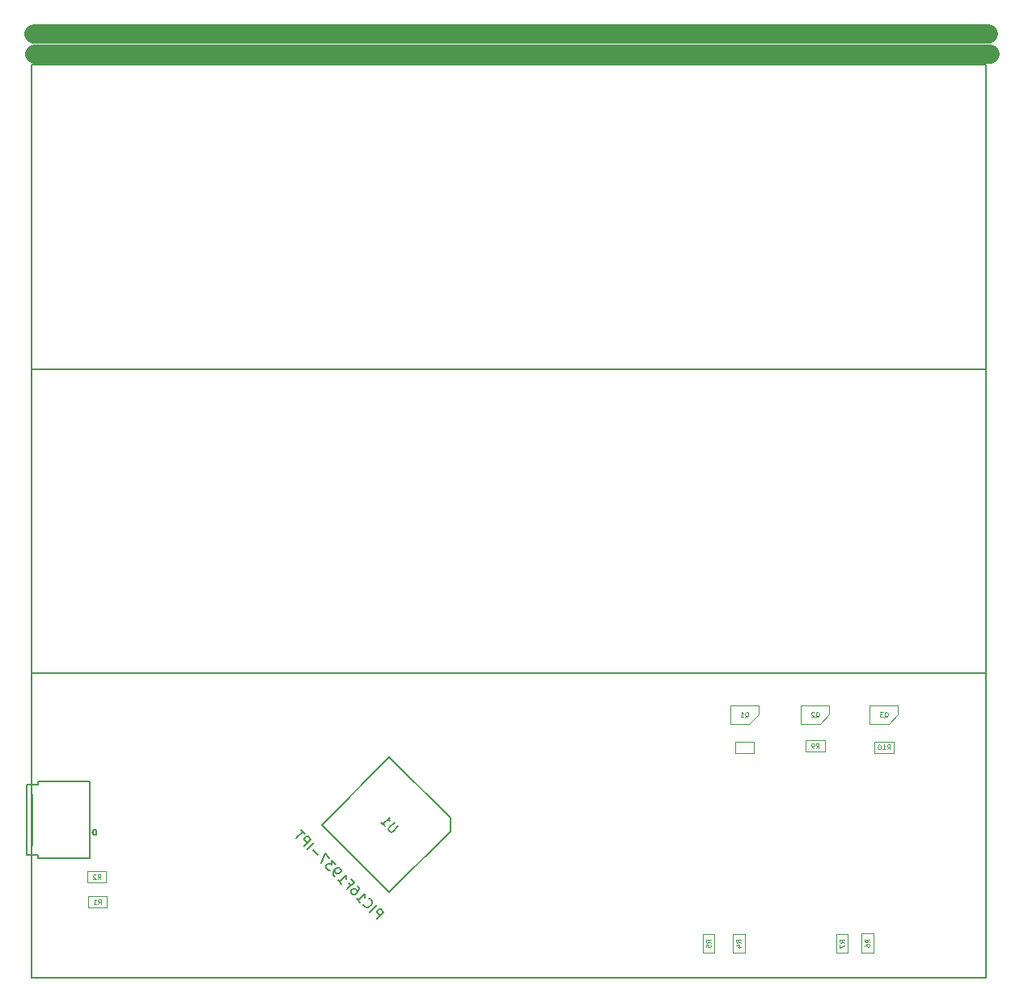
<source format=gbr>
G04 #@! TF.GenerationSoftware,KiCad,Pcbnew,(5.1.5)-2*
G04 #@! TF.CreationDate,2020-04-05T00:52:07+07:00*
G04 #@! TF.ProjectId,KIT_PIC16F1937,4b49545f-5049-4433-9136-46313933372e,rev?*
G04 #@! TF.SameCoordinates,Original*
G04 #@! TF.FileFunction,Other,Fab,Bot*
%FSLAX46Y46*%
G04 Gerber Fmt 4.6, Leading zero omitted, Abs format (unit mm)*
G04 Created by KiCad (PCBNEW (5.1.5)-2) date 2020-04-05 00:52:07*
%MOMM*%
%LPD*%
G04 APERTURE LIST*
%ADD10C,0.150000*%
%ADD11C,2.000000*%
%ADD12C,0.100000*%
%ADD13C,0.080000*%
%ADD14C,0.075000*%
G04 APERTURE END LIST*
D10*
X142367000Y-64770000D02*
X242316000Y-64770000D01*
X142367000Y-96647000D02*
X242316000Y-96647000D01*
D11*
X142748000Y-31750000D02*
X242697000Y-31750000D01*
X142621000Y-29633333D02*
X242570000Y-29633333D01*
D10*
X242316000Y-128524000D02*
X242316000Y-32893000D01*
X142367000Y-32893000D02*
X242316000Y-32893000D01*
X142367000Y-128524000D02*
X142367000Y-32893000D01*
X142367000Y-128524000D02*
X242316000Y-128524000D01*
X186195961Y-111814893D02*
X179832000Y-105450932D01*
X179832000Y-105450932D02*
X172760932Y-112522000D01*
X172760932Y-112522000D02*
X179832000Y-119593068D01*
X179832000Y-119593068D02*
X186195961Y-113229107D01*
X186195961Y-113229107D02*
X186195961Y-111814893D01*
D12*
X148262500Y-120000000D02*
X148262500Y-121200000D01*
X148262500Y-121200000D02*
X150262500Y-121200000D01*
X150262500Y-121200000D02*
X150262500Y-120000000D01*
X150262500Y-120000000D02*
X148262500Y-120000000D01*
X150200000Y-117400000D02*
X148200000Y-117400000D01*
X150200000Y-118600000D02*
X150200000Y-117400000D01*
X148200000Y-118600000D02*
X150200000Y-118600000D01*
X148200000Y-117400000D02*
X148200000Y-118600000D01*
X215808000Y-123968000D02*
X215808000Y-125968000D01*
X217008000Y-123968000D02*
X215808000Y-123968000D01*
X217008000Y-125968000D02*
X217008000Y-123968000D01*
X215808000Y-125968000D02*
X217008000Y-125968000D01*
X212633000Y-125968000D02*
X213833000Y-125968000D01*
X213833000Y-125968000D02*
X213833000Y-123968000D01*
X213833000Y-123968000D02*
X212633000Y-123968000D01*
X212633000Y-123968000D02*
X212633000Y-125968000D01*
X229270000Y-123919500D02*
X229270000Y-125919500D01*
X230470000Y-123919500D02*
X229270000Y-123919500D01*
X230470000Y-125919500D02*
X230470000Y-123919500D01*
X229270000Y-125919500D02*
X230470000Y-125919500D01*
X226603000Y-125968000D02*
X227803000Y-125968000D01*
X227803000Y-125968000D02*
X227803000Y-123968000D01*
X227803000Y-123968000D02*
X226603000Y-123968000D01*
X226603000Y-123968000D02*
X226603000Y-125968000D01*
X217490000Y-101955000D02*
X215510000Y-101955000D01*
X218490000Y-100955000D02*
X218490000Y-100045000D01*
X217490000Y-101955000D02*
X218490000Y-100955000D01*
X218490000Y-100045000D02*
X215510000Y-100045000D01*
X215510000Y-101955000D02*
X215510000Y-100045000D01*
X216000000Y-103800000D02*
X216000000Y-105000000D01*
X216000000Y-105000000D02*
X218000000Y-105000000D01*
X218000000Y-105000000D02*
X218000000Y-103800000D01*
X218000000Y-103800000D02*
X216000000Y-103800000D01*
X224890000Y-101955000D02*
X222910000Y-101955000D01*
X225890000Y-100955000D02*
X225890000Y-100045000D01*
X224890000Y-101955000D02*
X225890000Y-100955000D01*
X225890000Y-100045000D02*
X222910000Y-100045000D01*
X222910000Y-101955000D02*
X222910000Y-100045000D01*
X223409000Y-103667000D02*
X223409000Y-104867000D01*
X223409000Y-104867000D02*
X225409000Y-104867000D01*
X225409000Y-104867000D02*
X225409000Y-103667000D01*
X225409000Y-103667000D02*
X223409000Y-103667000D01*
X232090000Y-101955000D02*
X230110000Y-101955000D01*
X233090000Y-100955000D02*
X233090000Y-100045000D01*
X232090000Y-101955000D02*
X233090000Y-100955000D01*
X233090000Y-100045000D02*
X230110000Y-100045000D01*
X230110000Y-101955000D02*
X230110000Y-100045000D01*
X230600000Y-103800000D02*
X230600000Y-105000000D01*
X230600000Y-105000000D02*
X232600000Y-105000000D01*
X232600000Y-105000000D02*
X232600000Y-103800000D01*
X232600000Y-103800000D02*
X230600000Y-103800000D01*
D10*
X148427000Y-116014000D02*
X143027000Y-116014000D01*
X143027000Y-116014000D02*
X143027000Y-115714000D01*
X143027000Y-115714000D02*
X141827000Y-115714000D01*
X141827000Y-115714000D02*
X141827000Y-108314000D01*
X141827000Y-108314000D02*
X143027000Y-108314000D01*
X143027000Y-108314000D02*
X143027000Y-108014000D01*
X143027000Y-108014000D02*
X148427000Y-108014000D01*
X148427000Y-108014000D02*
X148427000Y-116014000D01*
X142427000Y-114714000D02*
X142427000Y-109314000D01*
X148902000Y-113089000D02*
X148727000Y-113314000D01*
X148727000Y-113314000D02*
X148902000Y-113539000D01*
X148902000Y-113539000D02*
X149127000Y-113539000D01*
X149127000Y-113539000D02*
X149127000Y-113089000D01*
X149127000Y-113089000D02*
X148902000Y-113089000D01*
X178503648Y-122369304D02*
X179210755Y-121662197D01*
X178941381Y-121392823D01*
X178840366Y-121359151D01*
X178773022Y-121359151D01*
X178672007Y-121392823D01*
X178570992Y-121493838D01*
X178537320Y-121594853D01*
X178537320Y-121662197D01*
X178570992Y-121763212D01*
X178840366Y-122032586D01*
X177796542Y-121662197D02*
X178503648Y-120955090D01*
X177123107Y-120854075D02*
X177123107Y-120921418D01*
X177190450Y-121056105D01*
X177257794Y-121123449D01*
X177392481Y-121190792D01*
X177527168Y-121190792D01*
X177628183Y-121157121D01*
X177796542Y-121056105D01*
X177897557Y-120955090D01*
X177998572Y-120786731D01*
X178032244Y-120685716D01*
X178032244Y-120551029D01*
X177964900Y-120416342D01*
X177897557Y-120348999D01*
X177762870Y-120281655D01*
X177695526Y-120281655D01*
X176382328Y-120247983D02*
X176786389Y-120652044D01*
X176584359Y-120450014D02*
X177291465Y-119742907D01*
X177257794Y-119911266D01*
X177257794Y-120045953D01*
X177291465Y-120146968D01*
X176483343Y-118934785D02*
X176618030Y-119069472D01*
X176651702Y-119170487D01*
X176651702Y-119237831D01*
X176618030Y-119406190D01*
X176517015Y-119574548D01*
X176247641Y-119843922D01*
X176146626Y-119877594D01*
X176079282Y-119877594D01*
X175978267Y-119843922D01*
X175843580Y-119709235D01*
X175809908Y-119608220D01*
X175809908Y-119540877D01*
X175843580Y-119439861D01*
X176011939Y-119271503D01*
X176112954Y-119237831D01*
X176180298Y-119237831D01*
X176281313Y-119271503D01*
X176416000Y-119406190D01*
X176449672Y-119507205D01*
X176449672Y-119574548D01*
X176416000Y-119675564D01*
X175540534Y-118665411D02*
X175776237Y-118901113D01*
X175405847Y-119271503D02*
X176112954Y-118564396D01*
X175776237Y-118227678D01*
X174429366Y-118295022D02*
X174833428Y-118699083D01*
X174631397Y-118497052D02*
X175338504Y-117789946D01*
X175304832Y-117958304D01*
X175304832Y-118092991D01*
X175338504Y-118194007D01*
X174092649Y-117958304D02*
X173957962Y-117823617D01*
X173924290Y-117722602D01*
X173924290Y-117655258D01*
X173957962Y-117486900D01*
X174058977Y-117318541D01*
X174328351Y-117049167D01*
X174429366Y-117015495D01*
X174496710Y-117015495D01*
X174597725Y-117049167D01*
X174732412Y-117183854D01*
X174766084Y-117284869D01*
X174766084Y-117352213D01*
X174732412Y-117453228D01*
X174564053Y-117621587D01*
X174463038Y-117655258D01*
X174395695Y-117655258D01*
X174294679Y-117621587D01*
X174159992Y-117486900D01*
X174126321Y-117385884D01*
X174126321Y-117318541D01*
X174159992Y-117217526D01*
X174227336Y-116678778D02*
X173789603Y-116241045D01*
X173755931Y-116746121D01*
X173654916Y-116645106D01*
X173553901Y-116611434D01*
X173486557Y-116611434D01*
X173385542Y-116645106D01*
X173217183Y-116813465D01*
X173183512Y-116914480D01*
X173183512Y-116981823D01*
X173217183Y-117082839D01*
X173419214Y-117284869D01*
X173520229Y-117318541D01*
X173587573Y-117318541D01*
X173553901Y-116005343D02*
X173082496Y-115533938D01*
X172678435Y-116544091D01*
X172375390Y-115702297D02*
X171836642Y-115163549D01*
X171230550Y-115096205D02*
X171937657Y-114389099D01*
X170893833Y-114759488D02*
X171600939Y-114052381D01*
X171331565Y-113783007D01*
X171230550Y-113749335D01*
X171163207Y-113749335D01*
X171062191Y-113783007D01*
X170961176Y-113884022D01*
X170927504Y-113985038D01*
X170927504Y-114052381D01*
X170961176Y-114153396D01*
X171230550Y-114422770D01*
X170994848Y-113446290D02*
X170590787Y-113042229D01*
X170085711Y-113951366D02*
X170792817Y-113244259D01*
X180757973Y-112673522D02*
X180185553Y-113245942D01*
X180084538Y-113279614D01*
X180017194Y-113279614D01*
X179916179Y-113245942D01*
X179781492Y-113111255D01*
X179747820Y-113010240D01*
X179747820Y-112942896D01*
X179781492Y-112841881D01*
X180353912Y-112269461D01*
X178939698Y-112269461D02*
X179343759Y-112673522D01*
X179141729Y-112471492D02*
X179848835Y-111764385D01*
X179815164Y-111932744D01*
X179815164Y-112067431D01*
X179848835Y-112168446D01*
D13*
X149345833Y-120826190D02*
X149512500Y-120588095D01*
X149631547Y-120826190D02*
X149631547Y-120326190D01*
X149441071Y-120326190D01*
X149393452Y-120350000D01*
X149369642Y-120373809D01*
X149345833Y-120421428D01*
X149345833Y-120492857D01*
X149369642Y-120540476D01*
X149393452Y-120564285D01*
X149441071Y-120588095D01*
X149631547Y-120588095D01*
X148869642Y-120826190D02*
X149155357Y-120826190D01*
X149012500Y-120826190D02*
X149012500Y-120326190D01*
X149060119Y-120397619D01*
X149107738Y-120445238D01*
X149155357Y-120469047D01*
X149283333Y-118226190D02*
X149450000Y-117988095D01*
X149569047Y-118226190D02*
X149569047Y-117726190D01*
X149378571Y-117726190D01*
X149330952Y-117750000D01*
X149307142Y-117773809D01*
X149283333Y-117821428D01*
X149283333Y-117892857D01*
X149307142Y-117940476D01*
X149330952Y-117964285D01*
X149378571Y-117988095D01*
X149569047Y-117988095D01*
X149092857Y-117773809D02*
X149069047Y-117750000D01*
X149021428Y-117726190D01*
X148902380Y-117726190D01*
X148854761Y-117750000D01*
X148830952Y-117773809D01*
X148807142Y-117821428D01*
X148807142Y-117869047D01*
X148830952Y-117940476D01*
X149116666Y-118226190D01*
X148807142Y-118226190D01*
X216634190Y-124884666D02*
X216396095Y-124718000D01*
X216634190Y-124598952D02*
X216134190Y-124598952D01*
X216134190Y-124789428D01*
X216158000Y-124837047D01*
X216181809Y-124860857D01*
X216229428Y-124884666D01*
X216300857Y-124884666D01*
X216348476Y-124860857D01*
X216372285Y-124837047D01*
X216396095Y-124789428D01*
X216396095Y-124598952D01*
X216300857Y-125313238D02*
X216634190Y-125313238D01*
X216110380Y-125194190D02*
X216467523Y-125075142D01*
X216467523Y-125384666D01*
X213459190Y-124884666D02*
X213221095Y-124718000D01*
X213459190Y-124598952D02*
X212959190Y-124598952D01*
X212959190Y-124789428D01*
X212983000Y-124837047D01*
X213006809Y-124860857D01*
X213054428Y-124884666D01*
X213125857Y-124884666D01*
X213173476Y-124860857D01*
X213197285Y-124837047D01*
X213221095Y-124789428D01*
X213221095Y-124598952D01*
X212959190Y-125337047D02*
X212959190Y-125098952D01*
X213197285Y-125075142D01*
X213173476Y-125098952D01*
X213149666Y-125146571D01*
X213149666Y-125265619D01*
X213173476Y-125313238D01*
X213197285Y-125337047D01*
X213244904Y-125360857D01*
X213363952Y-125360857D01*
X213411571Y-125337047D01*
X213435380Y-125313238D01*
X213459190Y-125265619D01*
X213459190Y-125146571D01*
X213435380Y-125098952D01*
X213411571Y-125075142D01*
X230096190Y-124836166D02*
X229858095Y-124669500D01*
X230096190Y-124550452D02*
X229596190Y-124550452D01*
X229596190Y-124740928D01*
X229620000Y-124788547D01*
X229643809Y-124812357D01*
X229691428Y-124836166D01*
X229762857Y-124836166D01*
X229810476Y-124812357D01*
X229834285Y-124788547D01*
X229858095Y-124740928D01*
X229858095Y-124550452D01*
X229596190Y-125264738D02*
X229596190Y-125169500D01*
X229620000Y-125121880D01*
X229643809Y-125098071D01*
X229715238Y-125050452D01*
X229810476Y-125026642D01*
X230000952Y-125026642D01*
X230048571Y-125050452D01*
X230072380Y-125074261D01*
X230096190Y-125121880D01*
X230096190Y-125217119D01*
X230072380Y-125264738D01*
X230048571Y-125288547D01*
X230000952Y-125312357D01*
X229881904Y-125312357D01*
X229834285Y-125288547D01*
X229810476Y-125264738D01*
X229786666Y-125217119D01*
X229786666Y-125121880D01*
X229810476Y-125074261D01*
X229834285Y-125050452D01*
X229881904Y-125026642D01*
X227429190Y-124884666D02*
X227191095Y-124718000D01*
X227429190Y-124598952D02*
X226929190Y-124598952D01*
X226929190Y-124789428D01*
X226953000Y-124837047D01*
X226976809Y-124860857D01*
X227024428Y-124884666D01*
X227095857Y-124884666D01*
X227143476Y-124860857D01*
X227167285Y-124837047D01*
X227191095Y-124789428D01*
X227191095Y-124598952D01*
X226929190Y-125051333D02*
X226929190Y-125384666D01*
X227429190Y-125170380D01*
D14*
X217047619Y-101273809D02*
X217095238Y-101250000D01*
X217142857Y-101202380D01*
X217214285Y-101130952D01*
X217261904Y-101107142D01*
X217309523Y-101107142D01*
X217285714Y-101226190D02*
X217333333Y-101202380D01*
X217380952Y-101154761D01*
X217404761Y-101059523D01*
X217404761Y-100892857D01*
X217380952Y-100797619D01*
X217333333Y-100750000D01*
X217285714Y-100726190D01*
X217190476Y-100726190D01*
X217142857Y-100750000D01*
X217095238Y-100797619D01*
X217071428Y-100892857D01*
X217071428Y-101059523D01*
X217095238Y-101154761D01*
X217142857Y-101202380D01*
X217190476Y-101226190D01*
X217285714Y-101226190D01*
X216595238Y-101226190D02*
X216880952Y-101226190D01*
X216738095Y-101226190D02*
X216738095Y-100726190D01*
X216785714Y-100797619D01*
X216833333Y-100845238D01*
X216880952Y-100869047D01*
X224447619Y-101273809D02*
X224495238Y-101250000D01*
X224542857Y-101202380D01*
X224614285Y-101130952D01*
X224661904Y-101107142D01*
X224709523Y-101107142D01*
X224685714Y-101226190D02*
X224733333Y-101202380D01*
X224780952Y-101154761D01*
X224804761Y-101059523D01*
X224804761Y-100892857D01*
X224780952Y-100797619D01*
X224733333Y-100750000D01*
X224685714Y-100726190D01*
X224590476Y-100726190D01*
X224542857Y-100750000D01*
X224495238Y-100797619D01*
X224471428Y-100892857D01*
X224471428Y-101059523D01*
X224495238Y-101154761D01*
X224542857Y-101202380D01*
X224590476Y-101226190D01*
X224685714Y-101226190D01*
X224280952Y-100773809D02*
X224257142Y-100750000D01*
X224209523Y-100726190D01*
X224090476Y-100726190D01*
X224042857Y-100750000D01*
X224019047Y-100773809D01*
X223995238Y-100821428D01*
X223995238Y-100869047D01*
X224019047Y-100940476D01*
X224304761Y-101226190D01*
X223995238Y-101226190D01*
D13*
X224492333Y-104493190D02*
X224659000Y-104255095D01*
X224778047Y-104493190D02*
X224778047Y-103993190D01*
X224587571Y-103993190D01*
X224539952Y-104017000D01*
X224516142Y-104040809D01*
X224492333Y-104088428D01*
X224492333Y-104159857D01*
X224516142Y-104207476D01*
X224539952Y-104231285D01*
X224587571Y-104255095D01*
X224778047Y-104255095D01*
X224254238Y-104493190D02*
X224159000Y-104493190D01*
X224111380Y-104469380D01*
X224087571Y-104445571D01*
X224039952Y-104374142D01*
X224016142Y-104278904D01*
X224016142Y-104088428D01*
X224039952Y-104040809D01*
X224063761Y-104017000D01*
X224111380Y-103993190D01*
X224206619Y-103993190D01*
X224254238Y-104017000D01*
X224278047Y-104040809D01*
X224301857Y-104088428D01*
X224301857Y-104207476D01*
X224278047Y-104255095D01*
X224254238Y-104278904D01*
X224206619Y-104302714D01*
X224111380Y-104302714D01*
X224063761Y-104278904D01*
X224039952Y-104255095D01*
X224016142Y-104207476D01*
D14*
X231647619Y-101273809D02*
X231695238Y-101250000D01*
X231742857Y-101202380D01*
X231814285Y-101130952D01*
X231861904Y-101107142D01*
X231909523Y-101107142D01*
X231885714Y-101226190D02*
X231933333Y-101202380D01*
X231980952Y-101154761D01*
X232004761Y-101059523D01*
X232004761Y-100892857D01*
X231980952Y-100797619D01*
X231933333Y-100750000D01*
X231885714Y-100726190D01*
X231790476Y-100726190D01*
X231742857Y-100750000D01*
X231695238Y-100797619D01*
X231671428Y-100892857D01*
X231671428Y-101059523D01*
X231695238Y-101154761D01*
X231742857Y-101202380D01*
X231790476Y-101226190D01*
X231885714Y-101226190D01*
X231504761Y-100726190D02*
X231195238Y-100726190D01*
X231361904Y-100916666D01*
X231290476Y-100916666D01*
X231242857Y-100940476D01*
X231219047Y-100964285D01*
X231195238Y-101011904D01*
X231195238Y-101130952D01*
X231219047Y-101178571D01*
X231242857Y-101202380D01*
X231290476Y-101226190D01*
X231433333Y-101226190D01*
X231480952Y-101202380D01*
X231504761Y-101178571D01*
D13*
X231921428Y-104626190D02*
X232088095Y-104388095D01*
X232207142Y-104626190D02*
X232207142Y-104126190D01*
X232016666Y-104126190D01*
X231969047Y-104150000D01*
X231945238Y-104173809D01*
X231921428Y-104221428D01*
X231921428Y-104292857D01*
X231945238Y-104340476D01*
X231969047Y-104364285D01*
X232016666Y-104388095D01*
X232207142Y-104388095D01*
X231445238Y-104626190D02*
X231730952Y-104626190D01*
X231588095Y-104626190D02*
X231588095Y-104126190D01*
X231635714Y-104197619D01*
X231683333Y-104245238D01*
X231730952Y-104269047D01*
X231135714Y-104126190D02*
X231088095Y-104126190D01*
X231040476Y-104150000D01*
X231016666Y-104173809D01*
X230992857Y-104221428D01*
X230969047Y-104316666D01*
X230969047Y-104435714D01*
X230992857Y-104530952D01*
X231016666Y-104578571D01*
X231040476Y-104602380D01*
X231088095Y-104626190D01*
X231135714Y-104626190D01*
X231183333Y-104602380D01*
X231207142Y-104578571D01*
X231230952Y-104530952D01*
X231254761Y-104435714D01*
X231254761Y-104316666D01*
X231230952Y-104221428D01*
X231207142Y-104173809D01*
X231183333Y-104150000D01*
X231135714Y-104126190D01*
M02*

</source>
